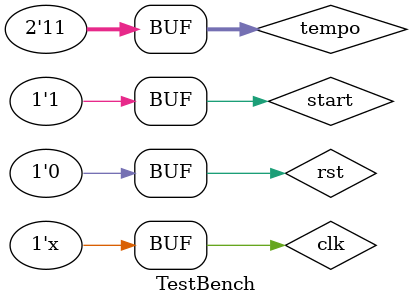
<source format=v>
`timescale 1ns / 1ps

module TestBench;

// Tempo_Counter(clk, rst, tempo, start, feedback);

reg clk, rst, start;
reg [1:0] tempo;
wire feedback;

always #1 clk = ~clk;

Tempo_Counter T1(clk, rst, tempo, start, feedback);

initial begin
    clk = 1'b0;
    rst = 1'b1;
    tempo = 2'b11;
    start = 1'b0;

    #5
    rst = 1'b0;
    start = 1'b1;

    #5000000;
end
endmodule
</source>
